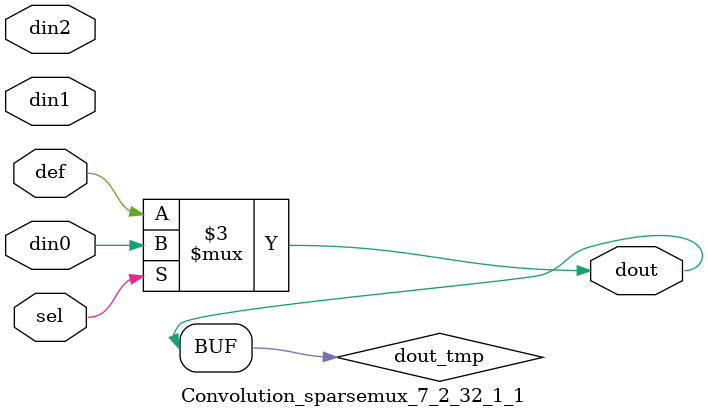
<source format=v>
`timescale 1ns / 1ps

module Convolution_sparsemux_7_2_32_1_1 (din0,din1,din2,def,sel,dout);

parameter din0_WIDTH = 1;

parameter din1_WIDTH = 1;

parameter din2_WIDTH = 1;

parameter def_WIDTH = 1;
parameter sel_WIDTH = 1;
parameter dout_WIDTH = 1;

parameter [sel_WIDTH-1:0] CASE0 = 1;

parameter [sel_WIDTH-1:0] CASE1 = 1;

parameter [sel_WIDTH-1:0] CASE2 = 1;

parameter ID = 1;
parameter NUM_STAGE = 1;



input [din0_WIDTH-1:0] din0;

input [din1_WIDTH-1:0] din1;

input [din2_WIDTH-1:0] din2;

input [def_WIDTH-1:0] def;
input [sel_WIDTH-1:0] sel;

output [dout_WIDTH-1:0] dout;



reg [dout_WIDTH-1:0] dout_tmp;


always @ (*) begin
(* parallel_case *) case (sel)
    
    CASE0 : dout_tmp = din0;
    
    CASE1 : dout_tmp = din1;
    
    CASE2 : dout_tmp = din2;
    
    default : dout_tmp = def;
endcase
end


assign dout = dout_tmp;



endmodule

</source>
